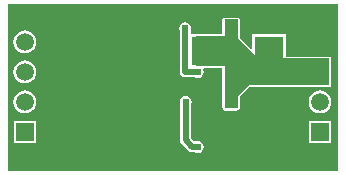
<source format=gbl>
G04 Layer_Physical_Order=2*
G04 Layer_Color=16711680*
%FSLAX23Y23*%
%MOIN*%
G70*
G01*
G75*
%ADD13C,0.020*%
%ADD15C,0.059*%
%ADD16R,0.059X0.059*%
%ADD17C,0.024*%
%ADD18R,0.098X0.096*%
G36*
X1045Y125D02*
X1045Y-430D01*
X-55Y-430D01*
X-55Y125D01*
X1045Y125D01*
D02*
G37*
%LPC*%
G36*
X711Y81D02*
X666D01*
X663Y81D01*
X661Y80D01*
X660Y77D01*
X659Y75D01*
Y70D01*
X658Y68D01*
X656Y60D01*
X658Y52D01*
X659Y50D01*
Y50D01*
X658Y48D01*
X656Y40D01*
X658Y32D01*
X658Y31D01*
X656Y26D01*
X571Y26D01*
X568Y26D01*
X567Y25D01*
X553D01*
Y37D01*
X554Y37D01*
X555Y45D01*
X554Y53D01*
X549Y59D01*
X543Y64D01*
X535Y65D01*
X527Y64D01*
X521Y59D01*
X516Y53D01*
X515Y45D01*
X516Y37D01*
X517Y37D01*
Y-100D01*
X518Y-107D01*
X522Y-113D01*
X528Y-117D01*
X535Y-118D01*
X568D01*
X569Y-119D01*
X576Y-120D01*
X584Y-119D01*
X590Y-114D01*
X595Y-108D01*
X596Y-100D01*
X595Y-92D01*
X594Y-91D01*
X597Y-87D01*
X659D01*
Y-180D01*
X658Y-182D01*
X656Y-190D01*
X658Y-198D01*
X659Y-200D01*
Y-200D01*
X658Y-202D01*
X656Y-210D01*
X658Y-218D01*
X659Y-220D01*
Y-220D01*
X660Y-222D01*
X661Y-225D01*
X663Y-226D01*
X665Y-226D01*
X669Y-229D01*
X676Y-230D01*
X684Y-229D01*
X686Y-227D01*
X689Y-229D01*
X696Y-230D01*
X704Y-229D01*
X707Y-226D01*
X711D01*
X713Y-226D01*
X715Y-225D01*
X717Y-222D01*
X717Y-220D01*
X717Y-183D01*
X748Y-151D01*
X1015Y-151D01*
X1017Y-151D01*
X1020Y-150D01*
X1021Y-147D01*
X1021Y-145D01*
Y-104D01*
X1022Y-100D01*
X1021Y-96D01*
Y-55D01*
X1021Y-53D01*
X1020Y-50D01*
X1017Y-49D01*
X1015Y-49D01*
X872Y-49D01*
Y25D01*
X758D01*
Y-22D01*
X753Y-24D01*
X717Y13D01*
Y75D01*
X717Y77D01*
X715Y80D01*
X713Y81D01*
X711Y81D01*
D02*
G37*
G36*
X0Y38D02*
X-10Y36D01*
X-19Y33D01*
X-27Y27D01*
X-33Y19D01*
X-36Y10D01*
X-38Y0D01*
X-36Y-10D01*
X-33Y-19D01*
X-27Y-27D01*
X-19Y-33D01*
X-10Y-36D01*
X0Y-38D01*
X10Y-36D01*
X19Y-33D01*
X27Y-27D01*
X33Y-19D01*
X36Y-10D01*
X38Y0D01*
X36Y10D01*
X33Y19D01*
X27Y27D01*
X19Y33D01*
X10Y36D01*
X0Y38D01*
D02*
G37*
G36*
Y-62D02*
X-10Y-64D01*
X-19Y-67D01*
X-27Y-73D01*
X-33Y-81D01*
X-36Y-90D01*
X-38Y-100D01*
X-36Y-110D01*
X-33Y-119D01*
X-27Y-127D01*
X-19Y-133D01*
X-10Y-136D01*
X0Y-138D01*
X10Y-136D01*
X19Y-133D01*
X27Y-127D01*
X33Y-119D01*
X36Y-110D01*
X38Y-100D01*
X36Y-90D01*
X33Y-81D01*
X27Y-73D01*
X19Y-67D01*
X10Y-64D01*
X0Y-62D01*
D02*
G37*
G36*
X984Y-162D02*
X974Y-164D01*
X965Y-167D01*
X958Y-173D01*
X952Y-181D01*
X948Y-190D01*
X947Y-200D01*
X948Y-210D01*
X952Y-219D01*
X958Y-227D01*
X965Y-233D01*
X974Y-236D01*
X984Y-238D01*
X994Y-236D01*
X1003Y-233D01*
X1011Y-227D01*
X1017Y-219D01*
X1021Y-210D01*
X1022Y-200D01*
X1021Y-190D01*
X1017Y-181D01*
X1011Y-173D01*
X1003Y-167D01*
X994Y-164D01*
X984Y-162D01*
D02*
G37*
G36*
X0D02*
X-10Y-164D01*
X-19Y-167D01*
X-27Y-173D01*
X-33Y-181D01*
X-36Y-190D01*
X-38Y-200D01*
X-36Y-210D01*
X-33Y-219D01*
X-27Y-227D01*
X-19Y-233D01*
X-10Y-236D01*
X0Y-238D01*
X10Y-236D01*
X19Y-233D01*
X27Y-227D01*
X33Y-219D01*
X36Y-210D01*
X38Y-200D01*
X36Y-190D01*
X33Y-181D01*
X27Y-173D01*
X19Y-167D01*
X10Y-164D01*
X0Y-162D01*
D02*
G37*
G36*
X1022Y-263D02*
X947D01*
Y-337D01*
X1022D01*
Y-263D01*
D02*
G37*
G36*
X37D02*
X-37D01*
Y-337D01*
X37D01*
Y-263D01*
D02*
G37*
G36*
X536Y-180D02*
X528Y-181D01*
X521Y-186D01*
X517Y-192D01*
X516Y-200D01*
X517Y-208D01*
X517Y-208D01*
Y-328D01*
X517Y-328D01*
X519Y-335D01*
X523Y-341D01*
X545Y-363D01*
X545Y-363D01*
X551Y-367D01*
X558Y-368D01*
X568D01*
X569Y-369D01*
X576Y-370D01*
X584Y-369D01*
X590Y-364D01*
X595Y-358D01*
X596Y-350D01*
X595Y-342D01*
X590Y-336D01*
X584Y-331D01*
X576Y-330D01*
X569Y-331D01*
X568Y-332D01*
X565D01*
X554Y-320D01*
Y-208D01*
X554Y-208D01*
X556Y-200D01*
X554Y-192D01*
X550Y-186D01*
X543Y-181D01*
X536Y-180D01*
D02*
G37*
%LPD*%
G36*
X711Y10D02*
X776Y-55D01*
X781D01*
X1015Y-55D01*
Y-145D01*
X746Y-145D01*
X711Y-180D01*
X711Y-220D01*
X666Y-220D01*
Y-80D01*
X571D01*
Y20D01*
X666Y20D01*
Y75D01*
X711D01*
Y10D01*
D02*
G37*
D13*
X535Y-100D02*
Y45D01*
Y-100D02*
X574D01*
X558Y-350D02*
X576D01*
X536Y-328D02*
X558Y-350D01*
X536Y-328D02*
Y-200D01*
D15*
X984Y0D02*
D03*
Y-100D02*
D03*
Y-200D02*
D03*
X0Y0D02*
D03*
Y-100D02*
D03*
Y-200D02*
D03*
D16*
X984Y-300D02*
D03*
X0D02*
D03*
D17*
X535Y45D02*
D03*
X676Y-190D02*
D03*
X696Y-210D02*
D03*
Y-190D02*
D03*
X576Y-100D02*
D03*
X696Y60D02*
D03*
Y40D02*
D03*
X676D02*
D03*
Y60D02*
D03*
Y-210D02*
D03*
X576Y-350D02*
D03*
X536Y-200D02*
D03*
D18*
X605Y-31D02*
D03*
Y-269D02*
D03*
X815Y-31D02*
D03*
Y-269D02*
D03*
M02*

</source>
